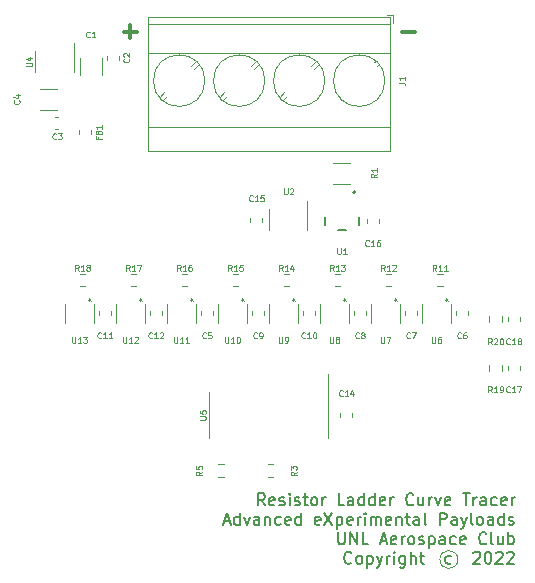
<source format=gbr>
%TF.GenerationSoftware,KiCad,Pcbnew,(5.1.10)-1*%
%TF.CreationDate,2022-09-18T09:09:27-05:00*%
%TF.ProjectId,curve_tracer,63757276-655f-4747-9261-6365722e6b69,A*%
%TF.SameCoordinates,Original*%
%TF.FileFunction,Legend,Top*%
%TF.FilePolarity,Positive*%
%FSLAX46Y46*%
G04 Gerber Fmt 4.6, Leading zero omitted, Abs format (unit mm)*
G04 Created by KiCad (PCBNEW (5.1.10)-1) date 2022-09-18 09:09:27*
%MOMM*%
%LPD*%
G01*
G04 APERTURE LIST*
%ADD10C,0.100000*%
%ADD11C,0.150000*%
%ADD12C,0.300000*%
%ADD13C,0.120000*%
%ADD14C,0.127000*%
%ADD15C,0.200000*%
G04 APERTURE END LIST*
D10*
X165458241Y-131219041D02*
G75*
G03*
X165458241Y-131219041I-764641J0D01*
G01*
D11*
X149114285Y-126628380D02*
X148780952Y-126152190D01*
X148542857Y-126628380D02*
X148542857Y-125628380D01*
X148923809Y-125628380D01*
X149019047Y-125676000D01*
X149066666Y-125723619D01*
X149114285Y-125818857D01*
X149114285Y-125961714D01*
X149066666Y-126056952D01*
X149019047Y-126104571D01*
X148923809Y-126152190D01*
X148542857Y-126152190D01*
X149923809Y-126580761D02*
X149828571Y-126628380D01*
X149638095Y-126628380D01*
X149542857Y-126580761D01*
X149495238Y-126485523D01*
X149495238Y-126104571D01*
X149542857Y-126009333D01*
X149638095Y-125961714D01*
X149828571Y-125961714D01*
X149923809Y-126009333D01*
X149971428Y-126104571D01*
X149971428Y-126199809D01*
X149495238Y-126295047D01*
X150352380Y-126580761D02*
X150447619Y-126628380D01*
X150638095Y-126628380D01*
X150733333Y-126580761D01*
X150780952Y-126485523D01*
X150780952Y-126437904D01*
X150733333Y-126342666D01*
X150638095Y-126295047D01*
X150495238Y-126295047D01*
X150400000Y-126247428D01*
X150352380Y-126152190D01*
X150352380Y-126104571D01*
X150400000Y-126009333D01*
X150495238Y-125961714D01*
X150638095Y-125961714D01*
X150733333Y-126009333D01*
X151209523Y-126628380D02*
X151209523Y-125961714D01*
X151209523Y-125628380D02*
X151161904Y-125676000D01*
X151209523Y-125723619D01*
X151257142Y-125676000D01*
X151209523Y-125628380D01*
X151209523Y-125723619D01*
X151638095Y-126580761D02*
X151733333Y-126628380D01*
X151923809Y-126628380D01*
X152019047Y-126580761D01*
X152066666Y-126485523D01*
X152066666Y-126437904D01*
X152019047Y-126342666D01*
X151923809Y-126295047D01*
X151780952Y-126295047D01*
X151685714Y-126247428D01*
X151638095Y-126152190D01*
X151638095Y-126104571D01*
X151685714Y-126009333D01*
X151780952Y-125961714D01*
X151923809Y-125961714D01*
X152019047Y-126009333D01*
X152352380Y-125961714D02*
X152733333Y-125961714D01*
X152495238Y-125628380D02*
X152495238Y-126485523D01*
X152542857Y-126580761D01*
X152638095Y-126628380D01*
X152733333Y-126628380D01*
X153209523Y-126628380D02*
X153114285Y-126580761D01*
X153066666Y-126533142D01*
X153019047Y-126437904D01*
X153019047Y-126152190D01*
X153066666Y-126056952D01*
X153114285Y-126009333D01*
X153209523Y-125961714D01*
X153352380Y-125961714D01*
X153447619Y-126009333D01*
X153495238Y-126056952D01*
X153542857Y-126152190D01*
X153542857Y-126437904D01*
X153495238Y-126533142D01*
X153447619Y-126580761D01*
X153352380Y-126628380D01*
X153209523Y-126628380D01*
X153971428Y-126628380D02*
X153971428Y-125961714D01*
X153971428Y-126152190D02*
X154019047Y-126056952D01*
X154066666Y-126009333D01*
X154161904Y-125961714D01*
X154257142Y-125961714D01*
X155828571Y-126628380D02*
X155352380Y-126628380D01*
X155352380Y-125628380D01*
X156590476Y-126628380D02*
X156590476Y-126104571D01*
X156542857Y-126009333D01*
X156447619Y-125961714D01*
X156257142Y-125961714D01*
X156161904Y-126009333D01*
X156590476Y-126580761D02*
X156495238Y-126628380D01*
X156257142Y-126628380D01*
X156161904Y-126580761D01*
X156114285Y-126485523D01*
X156114285Y-126390285D01*
X156161904Y-126295047D01*
X156257142Y-126247428D01*
X156495238Y-126247428D01*
X156590476Y-126199809D01*
X157495238Y-126628380D02*
X157495238Y-125628380D01*
X157495238Y-126580761D02*
X157400000Y-126628380D01*
X157209523Y-126628380D01*
X157114285Y-126580761D01*
X157066666Y-126533142D01*
X157019047Y-126437904D01*
X157019047Y-126152190D01*
X157066666Y-126056952D01*
X157114285Y-126009333D01*
X157209523Y-125961714D01*
X157400000Y-125961714D01*
X157495238Y-126009333D01*
X158400000Y-126628380D02*
X158400000Y-125628380D01*
X158400000Y-126580761D02*
X158304761Y-126628380D01*
X158114285Y-126628380D01*
X158019047Y-126580761D01*
X157971428Y-126533142D01*
X157923809Y-126437904D01*
X157923809Y-126152190D01*
X157971428Y-126056952D01*
X158019047Y-126009333D01*
X158114285Y-125961714D01*
X158304761Y-125961714D01*
X158400000Y-126009333D01*
X159257142Y-126580761D02*
X159161904Y-126628380D01*
X158971428Y-126628380D01*
X158876190Y-126580761D01*
X158828571Y-126485523D01*
X158828571Y-126104571D01*
X158876190Y-126009333D01*
X158971428Y-125961714D01*
X159161904Y-125961714D01*
X159257142Y-126009333D01*
X159304761Y-126104571D01*
X159304761Y-126199809D01*
X158828571Y-126295047D01*
X159733333Y-126628380D02*
X159733333Y-125961714D01*
X159733333Y-126152190D02*
X159780952Y-126056952D01*
X159828571Y-126009333D01*
X159923809Y-125961714D01*
X160019047Y-125961714D01*
X161685714Y-126533142D02*
X161638095Y-126580761D01*
X161495238Y-126628380D01*
X161400000Y-126628380D01*
X161257142Y-126580761D01*
X161161904Y-126485523D01*
X161114285Y-126390285D01*
X161066666Y-126199809D01*
X161066666Y-126056952D01*
X161114285Y-125866476D01*
X161161904Y-125771238D01*
X161257142Y-125676000D01*
X161400000Y-125628380D01*
X161495238Y-125628380D01*
X161638095Y-125676000D01*
X161685714Y-125723619D01*
X162542857Y-125961714D02*
X162542857Y-126628380D01*
X162114285Y-125961714D02*
X162114285Y-126485523D01*
X162161904Y-126580761D01*
X162257142Y-126628380D01*
X162400000Y-126628380D01*
X162495238Y-126580761D01*
X162542857Y-126533142D01*
X163019047Y-126628380D02*
X163019047Y-125961714D01*
X163019047Y-126152190D02*
X163066666Y-126056952D01*
X163114285Y-126009333D01*
X163209523Y-125961714D01*
X163304761Y-125961714D01*
X163542857Y-125961714D02*
X163780952Y-126628380D01*
X164019047Y-125961714D01*
X164780952Y-126580761D02*
X164685714Y-126628380D01*
X164495238Y-126628380D01*
X164400000Y-126580761D01*
X164352380Y-126485523D01*
X164352380Y-126104571D01*
X164400000Y-126009333D01*
X164495238Y-125961714D01*
X164685714Y-125961714D01*
X164780952Y-126009333D01*
X164828571Y-126104571D01*
X164828571Y-126199809D01*
X164352380Y-126295047D01*
X165876190Y-125628380D02*
X166447619Y-125628380D01*
X166161904Y-126628380D02*
X166161904Y-125628380D01*
X166780952Y-126628380D02*
X166780952Y-125961714D01*
X166780952Y-126152190D02*
X166828571Y-126056952D01*
X166876190Y-126009333D01*
X166971428Y-125961714D01*
X167066666Y-125961714D01*
X167828571Y-126628380D02*
X167828571Y-126104571D01*
X167780952Y-126009333D01*
X167685714Y-125961714D01*
X167495238Y-125961714D01*
X167400000Y-126009333D01*
X167828571Y-126580761D02*
X167733333Y-126628380D01*
X167495238Y-126628380D01*
X167400000Y-126580761D01*
X167352380Y-126485523D01*
X167352380Y-126390285D01*
X167400000Y-126295047D01*
X167495238Y-126247428D01*
X167733333Y-126247428D01*
X167828571Y-126199809D01*
X168733333Y-126580761D02*
X168638095Y-126628380D01*
X168447619Y-126628380D01*
X168352380Y-126580761D01*
X168304761Y-126533142D01*
X168257142Y-126437904D01*
X168257142Y-126152190D01*
X168304761Y-126056952D01*
X168352380Y-126009333D01*
X168447619Y-125961714D01*
X168638095Y-125961714D01*
X168733333Y-126009333D01*
X169542857Y-126580761D02*
X169447619Y-126628380D01*
X169257142Y-126628380D01*
X169161904Y-126580761D01*
X169114285Y-126485523D01*
X169114285Y-126104571D01*
X169161904Y-126009333D01*
X169257142Y-125961714D01*
X169447619Y-125961714D01*
X169542857Y-126009333D01*
X169590476Y-126104571D01*
X169590476Y-126199809D01*
X169114285Y-126295047D01*
X170019047Y-126628380D02*
X170019047Y-125961714D01*
X170019047Y-126152190D02*
X170066666Y-126056952D01*
X170114285Y-126009333D01*
X170209523Y-125961714D01*
X170304761Y-125961714D01*
X145638095Y-127992666D02*
X146114285Y-127992666D01*
X145542857Y-128278380D02*
X145876190Y-127278380D01*
X146209523Y-128278380D01*
X146971428Y-128278380D02*
X146971428Y-127278380D01*
X146971428Y-128230761D02*
X146876190Y-128278380D01*
X146685714Y-128278380D01*
X146590476Y-128230761D01*
X146542857Y-128183142D01*
X146495238Y-128087904D01*
X146495238Y-127802190D01*
X146542857Y-127706952D01*
X146590476Y-127659333D01*
X146685714Y-127611714D01*
X146876190Y-127611714D01*
X146971428Y-127659333D01*
X147352380Y-127611714D02*
X147590476Y-128278380D01*
X147828571Y-127611714D01*
X148638095Y-128278380D02*
X148638095Y-127754571D01*
X148590476Y-127659333D01*
X148495238Y-127611714D01*
X148304761Y-127611714D01*
X148209523Y-127659333D01*
X148638095Y-128230761D02*
X148542857Y-128278380D01*
X148304761Y-128278380D01*
X148209523Y-128230761D01*
X148161904Y-128135523D01*
X148161904Y-128040285D01*
X148209523Y-127945047D01*
X148304761Y-127897428D01*
X148542857Y-127897428D01*
X148638095Y-127849809D01*
X149114285Y-127611714D02*
X149114285Y-128278380D01*
X149114285Y-127706952D02*
X149161904Y-127659333D01*
X149257142Y-127611714D01*
X149400000Y-127611714D01*
X149495238Y-127659333D01*
X149542857Y-127754571D01*
X149542857Y-128278380D01*
X150447619Y-128230761D02*
X150352380Y-128278380D01*
X150161904Y-128278380D01*
X150066666Y-128230761D01*
X150019047Y-128183142D01*
X149971428Y-128087904D01*
X149971428Y-127802190D01*
X150019047Y-127706952D01*
X150066666Y-127659333D01*
X150161904Y-127611714D01*
X150352380Y-127611714D01*
X150447619Y-127659333D01*
X151257142Y-128230761D02*
X151161904Y-128278380D01*
X150971428Y-128278380D01*
X150876190Y-128230761D01*
X150828571Y-128135523D01*
X150828571Y-127754571D01*
X150876190Y-127659333D01*
X150971428Y-127611714D01*
X151161904Y-127611714D01*
X151257142Y-127659333D01*
X151304761Y-127754571D01*
X151304761Y-127849809D01*
X150828571Y-127945047D01*
X152161904Y-128278380D02*
X152161904Y-127278380D01*
X152161904Y-128230761D02*
X152066666Y-128278380D01*
X151876190Y-128278380D01*
X151780952Y-128230761D01*
X151733333Y-128183142D01*
X151685714Y-128087904D01*
X151685714Y-127802190D01*
X151733333Y-127706952D01*
X151780952Y-127659333D01*
X151876190Y-127611714D01*
X152066666Y-127611714D01*
X152161904Y-127659333D01*
X153780952Y-128230761D02*
X153685714Y-128278380D01*
X153495238Y-128278380D01*
X153400000Y-128230761D01*
X153352380Y-128135523D01*
X153352380Y-127754571D01*
X153400000Y-127659333D01*
X153495238Y-127611714D01*
X153685714Y-127611714D01*
X153780952Y-127659333D01*
X153828571Y-127754571D01*
X153828571Y-127849809D01*
X153352380Y-127945047D01*
X154161904Y-127278380D02*
X154828571Y-128278380D01*
X154828571Y-127278380D02*
X154161904Y-128278380D01*
X155209523Y-127611714D02*
X155209523Y-128611714D01*
X155209523Y-127659333D02*
X155304761Y-127611714D01*
X155495238Y-127611714D01*
X155590476Y-127659333D01*
X155638095Y-127706952D01*
X155685714Y-127802190D01*
X155685714Y-128087904D01*
X155638095Y-128183142D01*
X155590476Y-128230761D01*
X155495238Y-128278380D01*
X155304761Y-128278380D01*
X155209523Y-128230761D01*
X156495238Y-128230761D02*
X156400000Y-128278380D01*
X156209523Y-128278380D01*
X156114285Y-128230761D01*
X156066666Y-128135523D01*
X156066666Y-127754571D01*
X156114285Y-127659333D01*
X156209523Y-127611714D01*
X156400000Y-127611714D01*
X156495238Y-127659333D01*
X156542857Y-127754571D01*
X156542857Y-127849809D01*
X156066666Y-127945047D01*
X156971428Y-128278380D02*
X156971428Y-127611714D01*
X156971428Y-127802190D02*
X157019047Y-127706952D01*
X157066666Y-127659333D01*
X157161904Y-127611714D01*
X157257142Y-127611714D01*
X157590476Y-128278380D02*
X157590476Y-127611714D01*
X157590476Y-127278380D02*
X157542857Y-127326000D01*
X157590476Y-127373619D01*
X157638095Y-127326000D01*
X157590476Y-127278380D01*
X157590476Y-127373619D01*
X158066666Y-128278380D02*
X158066666Y-127611714D01*
X158066666Y-127706952D02*
X158114285Y-127659333D01*
X158209523Y-127611714D01*
X158352380Y-127611714D01*
X158447619Y-127659333D01*
X158495238Y-127754571D01*
X158495238Y-128278380D01*
X158495238Y-127754571D02*
X158542857Y-127659333D01*
X158638095Y-127611714D01*
X158780952Y-127611714D01*
X158876190Y-127659333D01*
X158923809Y-127754571D01*
X158923809Y-128278380D01*
X159780952Y-128230761D02*
X159685714Y-128278380D01*
X159495238Y-128278380D01*
X159400000Y-128230761D01*
X159352380Y-128135523D01*
X159352380Y-127754571D01*
X159400000Y-127659333D01*
X159495238Y-127611714D01*
X159685714Y-127611714D01*
X159780952Y-127659333D01*
X159828571Y-127754571D01*
X159828571Y-127849809D01*
X159352380Y-127945047D01*
X160257142Y-127611714D02*
X160257142Y-128278380D01*
X160257142Y-127706952D02*
X160304761Y-127659333D01*
X160400000Y-127611714D01*
X160542857Y-127611714D01*
X160638095Y-127659333D01*
X160685714Y-127754571D01*
X160685714Y-128278380D01*
X161019047Y-127611714D02*
X161400000Y-127611714D01*
X161161904Y-127278380D02*
X161161904Y-128135523D01*
X161209523Y-128230761D01*
X161304761Y-128278380D01*
X161400000Y-128278380D01*
X162161904Y-128278380D02*
X162161904Y-127754571D01*
X162114285Y-127659333D01*
X162019047Y-127611714D01*
X161828571Y-127611714D01*
X161733333Y-127659333D01*
X162161904Y-128230761D02*
X162066666Y-128278380D01*
X161828571Y-128278380D01*
X161733333Y-128230761D01*
X161685714Y-128135523D01*
X161685714Y-128040285D01*
X161733333Y-127945047D01*
X161828571Y-127897428D01*
X162066666Y-127897428D01*
X162161904Y-127849809D01*
X162780952Y-128278380D02*
X162685714Y-128230761D01*
X162638095Y-128135523D01*
X162638095Y-127278380D01*
X163923809Y-128278380D02*
X163923809Y-127278380D01*
X164304761Y-127278380D01*
X164400000Y-127326000D01*
X164447619Y-127373619D01*
X164495238Y-127468857D01*
X164495238Y-127611714D01*
X164447619Y-127706952D01*
X164400000Y-127754571D01*
X164304761Y-127802190D01*
X163923809Y-127802190D01*
X165352380Y-128278380D02*
X165352380Y-127754571D01*
X165304761Y-127659333D01*
X165209523Y-127611714D01*
X165019047Y-127611714D01*
X164923809Y-127659333D01*
X165352380Y-128230761D02*
X165257142Y-128278380D01*
X165019047Y-128278380D01*
X164923809Y-128230761D01*
X164876190Y-128135523D01*
X164876190Y-128040285D01*
X164923809Y-127945047D01*
X165019047Y-127897428D01*
X165257142Y-127897428D01*
X165352380Y-127849809D01*
X165733333Y-127611714D02*
X165971428Y-128278380D01*
X166209523Y-127611714D02*
X165971428Y-128278380D01*
X165876190Y-128516476D01*
X165828571Y-128564095D01*
X165733333Y-128611714D01*
X166733333Y-128278380D02*
X166638095Y-128230761D01*
X166590476Y-128135523D01*
X166590476Y-127278380D01*
X167257142Y-128278380D02*
X167161904Y-128230761D01*
X167114285Y-128183142D01*
X167066666Y-128087904D01*
X167066666Y-127802190D01*
X167114285Y-127706952D01*
X167161904Y-127659333D01*
X167257142Y-127611714D01*
X167400000Y-127611714D01*
X167495238Y-127659333D01*
X167542857Y-127706952D01*
X167590476Y-127802190D01*
X167590476Y-128087904D01*
X167542857Y-128183142D01*
X167495238Y-128230761D01*
X167400000Y-128278380D01*
X167257142Y-128278380D01*
X168447619Y-128278380D02*
X168447619Y-127754571D01*
X168400000Y-127659333D01*
X168304761Y-127611714D01*
X168114285Y-127611714D01*
X168019047Y-127659333D01*
X168447619Y-128230761D02*
X168352380Y-128278380D01*
X168114285Y-128278380D01*
X168019047Y-128230761D01*
X167971428Y-128135523D01*
X167971428Y-128040285D01*
X168019047Y-127945047D01*
X168114285Y-127897428D01*
X168352380Y-127897428D01*
X168447619Y-127849809D01*
X169352380Y-128278380D02*
X169352380Y-127278380D01*
X169352380Y-128230761D02*
X169257142Y-128278380D01*
X169066666Y-128278380D01*
X168971428Y-128230761D01*
X168923809Y-128183142D01*
X168876190Y-128087904D01*
X168876190Y-127802190D01*
X168923809Y-127706952D01*
X168971428Y-127659333D01*
X169066666Y-127611714D01*
X169257142Y-127611714D01*
X169352380Y-127659333D01*
X169780952Y-128230761D02*
X169876190Y-128278380D01*
X170066666Y-128278380D01*
X170161904Y-128230761D01*
X170209523Y-128135523D01*
X170209523Y-128087904D01*
X170161904Y-127992666D01*
X170066666Y-127945047D01*
X169923809Y-127945047D01*
X169828571Y-127897428D01*
X169780952Y-127802190D01*
X169780952Y-127754571D01*
X169828571Y-127659333D01*
X169923809Y-127611714D01*
X170066666Y-127611714D01*
X170161904Y-127659333D01*
X155304761Y-128928380D02*
X155304761Y-129737904D01*
X155352380Y-129833142D01*
X155400000Y-129880761D01*
X155495238Y-129928380D01*
X155685714Y-129928380D01*
X155780952Y-129880761D01*
X155828571Y-129833142D01*
X155876190Y-129737904D01*
X155876190Y-128928380D01*
X156352380Y-129928380D02*
X156352380Y-128928380D01*
X156923809Y-129928380D01*
X156923809Y-128928380D01*
X157876190Y-129928380D02*
X157400000Y-129928380D01*
X157400000Y-128928380D01*
X158923809Y-129642666D02*
X159400000Y-129642666D01*
X158828571Y-129928380D02*
X159161904Y-128928380D01*
X159495238Y-129928380D01*
X160209523Y-129880761D02*
X160114285Y-129928380D01*
X159923809Y-129928380D01*
X159828571Y-129880761D01*
X159780952Y-129785523D01*
X159780952Y-129404571D01*
X159828571Y-129309333D01*
X159923809Y-129261714D01*
X160114285Y-129261714D01*
X160209523Y-129309333D01*
X160257142Y-129404571D01*
X160257142Y-129499809D01*
X159780952Y-129595047D01*
X160685714Y-129928380D02*
X160685714Y-129261714D01*
X160685714Y-129452190D02*
X160733333Y-129356952D01*
X160780952Y-129309333D01*
X160876190Y-129261714D01*
X160971428Y-129261714D01*
X161447619Y-129928380D02*
X161352380Y-129880761D01*
X161304761Y-129833142D01*
X161257142Y-129737904D01*
X161257142Y-129452190D01*
X161304761Y-129356952D01*
X161352380Y-129309333D01*
X161447619Y-129261714D01*
X161590476Y-129261714D01*
X161685714Y-129309333D01*
X161733333Y-129356952D01*
X161780952Y-129452190D01*
X161780952Y-129737904D01*
X161733333Y-129833142D01*
X161685714Y-129880761D01*
X161590476Y-129928380D01*
X161447619Y-129928380D01*
X162161904Y-129880761D02*
X162257142Y-129928380D01*
X162447619Y-129928380D01*
X162542857Y-129880761D01*
X162590476Y-129785523D01*
X162590476Y-129737904D01*
X162542857Y-129642666D01*
X162447619Y-129595047D01*
X162304761Y-129595047D01*
X162209523Y-129547428D01*
X162161904Y-129452190D01*
X162161904Y-129404571D01*
X162209523Y-129309333D01*
X162304761Y-129261714D01*
X162447619Y-129261714D01*
X162542857Y-129309333D01*
X163019047Y-129261714D02*
X163019047Y-130261714D01*
X163019047Y-129309333D02*
X163114285Y-129261714D01*
X163304761Y-129261714D01*
X163400000Y-129309333D01*
X163447619Y-129356952D01*
X163495238Y-129452190D01*
X163495238Y-129737904D01*
X163447619Y-129833142D01*
X163400000Y-129880761D01*
X163304761Y-129928380D01*
X163114285Y-129928380D01*
X163019047Y-129880761D01*
X164352380Y-129928380D02*
X164352380Y-129404571D01*
X164304761Y-129309333D01*
X164209523Y-129261714D01*
X164019047Y-129261714D01*
X163923809Y-129309333D01*
X164352380Y-129880761D02*
X164257142Y-129928380D01*
X164019047Y-129928380D01*
X163923809Y-129880761D01*
X163876190Y-129785523D01*
X163876190Y-129690285D01*
X163923809Y-129595047D01*
X164019047Y-129547428D01*
X164257142Y-129547428D01*
X164352380Y-129499809D01*
X165257142Y-129880761D02*
X165161904Y-129928380D01*
X164971428Y-129928380D01*
X164876190Y-129880761D01*
X164828571Y-129833142D01*
X164780952Y-129737904D01*
X164780952Y-129452190D01*
X164828571Y-129356952D01*
X164876190Y-129309333D01*
X164971428Y-129261714D01*
X165161904Y-129261714D01*
X165257142Y-129309333D01*
X166066666Y-129880761D02*
X165971428Y-129928380D01*
X165780952Y-129928380D01*
X165685714Y-129880761D01*
X165638095Y-129785523D01*
X165638095Y-129404571D01*
X165685714Y-129309333D01*
X165780952Y-129261714D01*
X165971428Y-129261714D01*
X166066666Y-129309333D01*
X166114285Y-129404571D01*
X166114285Y-129499809D01*
X165638095Y-129595047D01*
X167876190Y-129833142D02*
X167828571Y-129880761D01*
X167685714Y-129928380D01*
X167590476Y-129928380D01*
X167447619Y-129880761D01*
X167352380Y-129785523D01*
X167304761Y-129690285D01*
X167257142Y-129499809D01*
X167257142Y-129356952D01*
X167304761Y-129166476D01*
X167352380Y-129071238D01*
X167447619Y-128976000D01*
X167590476Y-128928380D01*
X167685714Y-128928380D01*
X167828571Y-128976000D01*
X167876190Y-129023619D01*
X168447619Y-129928380D02*
X168352380Y-129880761D01*
X168304761Y-129785523D01*
X168304761Y-128928380D01*
X169257142Y-129261714D02*
X169257142Y-129928380D01*
X168828571Y-129261714D02*
X168828571Y-129785523D01*
X168876190Y-129880761D01*
X168971428Y-129928380D01*
X169114285Y-129928380D01*
X169209523Y-129880761D01*
X169257142Y-129833142D01*
X169733333Y-129928380D02*
X169733333Y-128928380D01*
X169733333Y-129309333D02*
X169828571Y-129261714D01*
X170019047Y-129261714D01*
X170114285Y-129309333D01*
X170161904Y-129356952D01*
X170209523Y-129452190D01*
X170209523Y-129737904D01*
X170161904Y-129833142D01*
X170114285Y-129880761D01*
X170019047Y-129928380D01*
X169828571Y-129928380D01*
X169733333Y-129880761D01*
X156447619Y-131483142D02*
X156400000Y-131530761D01*
X156257142Y-131578380D01*
X156161904Y-131578380D01*
X156019047Y-131530761D01*
X155923809Y-131435523D01*
X155876190Y-131340285D01*
X155828571Y-131149809D01*
X155828571Y-131006952D01*
X155876190Y-130816476D01*
X155923809Y-130721238D01*
X156019047Y-130626000D01*
X156161904Y-130578380D01*
X156257142Y-130578380D01*
X156400000Y-130626000D01*
X156447619Y-130673619D01*
X157019047Y-131578380D02*
X156923809Y-131530761D01*
X156876190Y-131483142D01*
X156828571Y-131387904D01*
X156828571Y-131102190D01*
X156876190Y-131006952D01*
X156923809Y-130959333D01*
X157019047Y-130911714D01*
X157161904Y-130911714D01*
X157257142Y-130959333D01*
X157304761Y-131006952D01*
X157352380Y-131102190D01*
X157352380Y-131387904D01*
X157304761Y-131483142D01*
X157257142Y-131530761D01*
X157161904Y-131578380D01*
X157019047Y-131578380D01*
X157780952Y-130911714D02*
X157780952Y-131911714D01*
X157780952Y-130959333D02*
X157876190Y-130911714D01*
X158066666Y-130911714D01*
X158161904Y-130959333D01*
X158209523Y-131006952D01*
X158257142Y-131102190D01*
X158257142Y-131387904D01*
X158209523Y-131483142D01*
X158161904Y-131530761D01*
X158066666Y-131578380D01*
X157876190Y-131578380D01*
X157780952Y-131530761D01*
X158590476Y-130911714D02*
X158828571Y-131578380D01*
X159066666Y-130911714D02*
X158828571Y-131578380D01*
X158733333Y-131816476D01*
X158685714Y-131864095D01*
X158590476Y-131911714D01*
X159447619Y-131578380D02*
X159447619Y-130911714D01*
X159447619Y-131102190D02*
X159495238Y-131006952D01*
X159542857Y-130959333D01*
X159638095Y-130911714D01*
X159733333Y-130911714D01*
X160066666Y-131578380D02*
X160066666Y-130911714D01*
X160066666Y-130578380D02*
X160019047Y-130626000D01*
X160066666Y-130673619D01*
X160114285Y-130626000D01*
X160066666Y-130578380D01*
X160066666Y-130673619D01*
X160971428Y-130911714D02*
X160971428Y-131721238D01*
X160923809Y-131816476D01*
X160876190Y-131864095D01*
X160780952Y-131911714D01*
X160638095Y-131911714D01*
X160542857Y-131864095D01*
X160971428Y-131530761D02*
X160876190Y-131578380D01*
X160685714Y-131578380D01*
X160590476Y-131530761D01*
X160542857Y-131483142D01*
X160495238Y-131387904D01*
X160495238Y-131102190D01*
X160542857Y-131006952D01*
X160590476Y-130959333D01*
X160685714Y-130911714D01*
X160876190Y-130911714D01*
X160971428Y-130959333D01*
X161447619Y-131578380D02*
X161447619Y-130578380D01*
X161876190Y-131578380D02*
X161876190Y-131054571D01*
X161828571Y-130959333D01*
X161733333Y-130911714D01*
X161590476Y-130911714D01*
X161495238Y-130959333D01*
X161447619Y-131006952D01*
X162209523Y-130911714D02*
X162590476Y-130911714D01*
X162352380Y-130578380D02*
X162352380Y-131435523D01*
X162400000Y-131530761D01*
X162495238Y-131578380D01*
X162590476Y-131578380D01*
X164876190Y-131530761D02*
X164780952Y-131578380D01*
X164590476Y-131578380D01*
X164495238Y-131530761D01*
X164447619Y-131483142D01*
X164400000Y-131387904D01*
X164400000Y-131102190D01*
X164447619Y-131006952D01*
X164495238Y-130959333D01*
X164590476Y-130911714D01*
X164780952Y-130911714D01*
X164876190Y-130959333D01*
X166780952Y-130673619D02*
X166828571Y-130626000D01*
X166923809Y-130578380D01*
X167161904Y-130578380D01*
X167257142Y-130626000D01*
X167304761Y-130673619D01*
X167352380Y-130768857D01*
X167352380Y-130864095D01*
X167304761Y-131006952D01*
X166733333Y-131578380D01*
X167352380Y-131578380D01*
X167971428Y-130578380D02*
X168066666Y-130578380D01*
X168161904Y-130626000D01*
X168209523Y-130673619D01*
X168257142Y-130768857D01*
X168304761Y-130959333D01*
X168304761Y-131197428D01*
X168257142Y-131387904D01*
X168209523Y-131483142D01*
X168161904Y-131530761D01*
X168066666Y-131578380D01*
X167971428Y-131578380D01*
X167876190Y-131530761D01*
X167828571Y-131483142D01*
X167780952Y-131387904D01*
X167733333Y-131197428D01*
X167733333Y-130959333D01*
X167780952Y-130768857D01*
X167828571Y-130673619D01*
X167876190Y-130626000D01*
X167971428Y-130578380D01*
X168685714Y-130673619D02*
X168733333Y-130626000D01*
X168828571Y-130578380D01*
X169066666Y-130578380D01*
X169161904Y-130626000D01*
X169209523Y-130673619D01*
X169257142Y-130768857D01*
X169257142Y-130864095D01*
X169209523Y-131006952D01*
X168638095Y-131578380D01*
X169257142Y-131578380D01*
X169638095Y-130673619D02*
X169685714Y-130626000D01*
X169780952Y-130578380D01*
X170019047Y-130578380D01*
X170114285Y-130626000D01*
X170161904Y-130673619D01*
X170209523Y-130768857D01*
X170209523Y-130864095D01*
X170161904Y-131006952D01*
X169590476Y-131578380D01*
X170209523Y-131578380D01*
D12*
X160718571Y-86530642D02*
X161861428Y-86530642D01*
X137160071Y-86530642D02*
X138302928Y-86530642D01*
X137731500Y-87102071D02*
X137731500Y-85959214D01*
D13*
%TO.C,U4*%
X129695300Y-88177800D02*
X129695300Y-89977800D01*
X132915300Y-89977800D02*
X132915300Y-87527800D01*
%TO.C,FB1*%
X133348000Y-95222279D02*
X133348000Y-94896721D01*
X134368000Y-95222279D02*
X134368000Y-94896721D01*
%TO.C,C4*%
X131508552Y-93162800D02*
X130086048Y-93162800D01*
X131508552Y-91342800D02*
X130086048Y-91342800D01*
%TO.C,C3*%
X131636380Y-94794800D02*
X131355220Y-94794800D01*
X131636380Y-93774800D02*
X131355220Y-93774800D01*
%TO.C,C2*%
X136793700Y-88619720D02*
X136793700Y-88900880D01*
X135773700Y-88619720D02*
X135773700Y-88900880D01*
%TO.C,C1*%
X135288700Y-88747548D02*
X135288700Y-90170052D01*
X133468700Y-88747548D02*
X133468700Y-90170052D01*
%TO.C,R20*%
X168133500Y-110633742D02*
X168133500Y-111108258D01*
X169178500Y-110633742D02*
X169178500Y-111108258D01*
%TO.C,R19*%
X169178500Y-115235758D02*
X169178500Y-114761242D01*
X168133500Y-115235758D02*
X168133500Y-114761242D01*
%TO.C,C18*%
X170690000Y-111011580D02*
X170690000Y-110730420D01*
X169670000Y-111011580D02*
X169670000Y-110730420D01*
%TO.C,C17*%
X169670000Y-114857920D02*
X169670000Y-115139080D01*
X170690000Y-114857920D02*
X170690000Y-115139080D01*
%TO.C,U13*%
X134645400Y-111163100D02*
X134645400Y-109562900D01*
X132181600Y-109562900D02*
X132181600Y-111163100D01*
%TO.C,U12*%
X138963400Y-111163100D02*
X138963400Y-109562900D01*
X136499600Y-109562900D02*
X136499600Y-111163100D01*
%TO.C,U11*%
X143281400Y-111163100D02*
X143281400Y-109562900D01*
X140817600Y-109562900D02*
X140817600Y-111163100D01*
%TO.C,U10*%
X147599400Y-111163100D02*
X147599400Y-109562900D01*
X145135600Y-109562900D02*
X145135600Y-111163100D01*
%TO.C,U9*%
X151917400Y-111163100D02*
X151917400Y-109562900D01*
X149453600Y-109562900D02*
X149453600Y-111163100D01*
%TO.C,U8*%
X156235400Y-111163100D02*
X156235400Y-109562900D01*
X153771600Y-109562900D02*
X153771600Y-111163100D01*
%TO.C,U7*%
X160553400Y-111163100D02*
X160553400Y-109562900D01*
X158089600Y-109562900D02*
X158089600Y-111163100D01*
%TO.C,U6*%
X164871400Y-111163100D02*
X164871400Y-109562900D01*
X162407600Y-109562900D02*
X162407600Y-111163100D01*
%TO.C,J1*%
X159279000Y-90678000D02*
G75*
G03*
X159279000Y-90678000I-2180000J0D01*
G01*
X154199000Y-90678000D02*
G75*
G03*
X154199000Y-90678000I-2180000J0D01*
G01*
X149119000Y-90678000D02*
G75*
G03*
X149119000Y-90678000I-2180000J0D01*
G01*
X144039000Y-90678000D02*
G75*
G03*
X144039000Y-90678000I-2180000J0D01*
G01*
X159699000Y-85878000D02*
X139259000Y-85878000D01*
X159699000Y-88378000D02*
X139259000Y-88378000D01*
X159699000Y-94578000D02*
X139259000Y-94578000D01*
X159699000Y-96638000D02*
X139259000Y-96638000D01*
X159699000Y-85318000D02*
X139259000Y-85318000D01*
X159699000Y-96638000D02*
X159699000Y-85318000D01*
X139259000Y-96638000D02*
X139259000Y-85318000D01*
X155445000Y-92066000D02*
X155552000Y-91959000D01*
X158381000Y-89131000D02*
X158487000Y-89024000D01*
X155711000Y-92332000D02*
X155818000Y-92225000D01*
X158647000Y-89397000D02*
X158753000Y-89290000D01*
X150365000Y-92066000D02*
X150760000Y-91670000D01*
X153026000Y-89404000D02*
X153406000Y-89024000D01*
X150631000Y-92332000D02*
X151011000Y-91952000D01*
X153277000Y-89686000D02*
X153672000Y-89290000D01*
X145285000Y-92066000D02*
X145680000Y-91670000D01*
X147946000Y-89404000D02*
X148326000Y-89024000D01*
X145551000Y-92332000D02*
X145931000Y-91952000D01*
X148197000Y-89686000D02*
X148592000Y-89290000D01*
X140205000Y-92066000D02*
X140600000Y-91670000D01*
X142866000Y-89404000D02*
X143246000Y-89024000D01*
X140471000Y-92332000D02*
X140851000Y-91952000D01*
X143117000Y-89686000D02*
X143512000Y-89290000D01*
X159939000Y-85818000D02*
X159939000Y-85078000D01*
X159939000Y-85078000D02*
X159439000Y-85078000D01*
%TO.C,U5*%
X154475500Y-118999000D02*
X154475500Y-115549000D01*
X154475500Y-118999000D02*
X154475500Y-120949000D01*
X144355500Y-118999000D02*
X144355500Y-117049000D01*
X144355500Y-118999000D02*
X144355500Y-120949000D01*
%TO.C,U2*%
X152678000Y-103341000D02*
X152678000Y-100891000D01*
X149458000Y-101541000D02*
X149458000Y-103341000D01*
D14*
%TO.C,U1*%
X154188500Y-102882500D02*
X154188500Y-102222500D01*
X155973500Y-103352500D02*
X155303500Y-103352500D01*
X157088500Y-102222500D02*
X157088500Y-102882500D01*
D15*
X156788500Y-100142500D02*
G75*
G03*
X156788500Y-100142500I-100000J0D01*
G01*
D13*
%TO.C,R18*%
X133430242Y-108091500D02*
X133904758Y-108091500D01*
X133430242Y-107046500D02*
X133904758Y-107046500D01*
%TO.C,R17*%
X137748242Y-108091500D02*
X138222758Y-108091500D01*
X137748242Y-107046500D02*
X138222758Y-107046500D01*
%TO.C,R16*%
X142066242Y-108091500D02*
X142540758Y-108091500D01*
X142066242Y-107046500D02*
X142540758Y-107046500D01*
%TO.C,R15*%
X146384242Y-108091500D02*
X146858758Y-108091500D01*
X146384242Y-107046500D02*
X146858758Y-107046500D01*
%TO.C,R14*%
X150702242Y-108091500D02*
X151176758Y-108091500D01*
X150702242Y-107046500D02*
X151176758Y-107046500D01*
%TO.C,R13*%
X155020242Y-108091500D02*
X155494758Y-108091500D01*
X155020242Y-107046500D02*
X155494758Y-107046500D01*
%TO.C,R12*%
X159338242Y-108091500D02*
X159812758Y-108091500D01*
X159338242Y-107046500D02*
X159812758Y-107046500D01*
%TO.C,R11*%
X163719242Y-108091500D02*
X164193758Y-108091500D01*
X163719242Y-107046500D02*
X164193758Y-107046500D01*
%TO.C,R5*%
X145652258Y-123175500D02*
X145177742Y-123175500D01*
X145652258Y-124220500D02*
X145177742Y-124220500D01*
%TO.C,R3*%
X149368742Y-124220500D02*
X149843258Y-124220500D01*
X149368742Y-123175500D02*
X149843258Y-123175500D01*
%TO.C,R1*%
X154896936Y-99433000D02*
X156351064Y-99433000D01*
X154896936Y-97613000D02*
X156351064Y-97613000D01*
%TO.C,C16*%
X158752000Y-102693080D02*
X158752000Y-102411920D01*
X157732000Y-102693080D02*
X157732000Y-102411920D01*
%TO.C,C15*%
X147889500Y-102348420D02*
X147889500Y-102629580D01*
X148909500Y-102348420D02*
X148909500Y-102629580D01*
%TO.C,C14*%
X156529500Y-119139580D02*
X156529500Y-118858420D01*
X155509500Y-119139580D02*
X155509500Y-118858420D01*
%TO.C,C12*%
X140400500Y-110503580D02*
X140400500Y-110222420D01*
X139380500Y-110503580D02*
X139380500Y-110222420D01*
%TO.C,C11*%
X136082500Y-110503580D02*
X136082500Y-110222420D01*
X135062500Y-110503580D02*
X135062500Y-110222420D01*
%TO.C,C10*%
X153354500Y-110503580D02*
X153354500Y-110222420D01*
X152334500Y-110503580D02*
X152334500Y-110222420D01*
%TO.C,C9*%
X149036500Y-110503580D02*
X149036500Y-110222420D01*
X148016500Y-110503580D02*
X148016500Y-110222420D01*
%TO.C,C8*%
X157672500Y-110503580D02*
X157672500Y-110222420D01*
X156652500Y-110503580D02*
X156652500Y-110222420D01*
%TO.C,C7*%
X161990500Y-110503580D02*
X161990500Y-110222420D01*
X160970500Y-110503580D02*
X160970500Y-110222420D01*
%TO.C,C6*%
X166308500Y-110503580D02*
X166308500Y-110222420D01*
X165288500Y-110503580D02*
X165288500Y-110222420D01*
%TO.C,C5*%
X144718500Y-110503580D02*
X144718500Y-110222420D01*
X143698500Y-110503580D02*
X143698500Y-110222420D01*
%TO.C,U4*%
D10*
X128885190Y-89458752D02*
X129289952Y-89458752D01*
X129337571Y-89434942D01*
X129361380Y-89411133D01*
X129385190Y-89363514D01*
X129385190Y-89268276D01*
X129361380Y-89220657D01*
X129337571Y-89196847D01*
X129289952Y-89173038D01*
X128885190Y-89173038D01*
X129051857Y-88720657D02*
X129385190Y-88720657D01*
X128861380Y-88839704D02*
X129218523Y-88958752D01*
X129218523Y-88649228D01*
%TO.C,FB1*%
X135028785Y-95476166D02*
X135028785Y-95642833D01*
X135290690Y-95642833D02*
X134790690Y-95642833D01*
X134790690Y-95404738D01*
X135028785Y-95047595D02*
X135052595Y-94976166D01*
X135076404Y-94952357D01*
X135124023Y-94928547D01*
X135195452Y-94928547D01*
X135243071Y-94952357D01*
X135266880Y-94976166D01*
X135290690Y-95023785D01*
X135290690Y-95214261D01*
X134790690Y-95214261D01*
X134790690Y-95047595D01*
X134814500Y-94999976D01*
X134838309Y-94976166D01*
X134885928Y-94952357D01*
X134933547Y-94952357D01*
X134981166Y-94976166D01*
X135004976Y-94999976D01*
X135028785Y-95047595D01*
X135028785Y-95214261D01*
X135290690Y-94452357D02*
X135290690Y-94738071D01*
X135290690Y-94595214D02*
X134790690Y-94595214D01*
X134862119Y-94642833D01*
X134909738Y-94690452D01*
X134933547Y-94738071D01*
%TO.C,C4*%
X128296171Y-92336133D02*
X128319980Y-92359942D01*
X128343790Y-92431371D01*
X128343790Y-92478990D01*
X128319980Y-92550419D01*
X128272361Y-92598038D01*
X128224742Y-92621847D01*
X128129504Y-92645657D01*
X128058076Y-92645657D01*
X127962838Y-92621847D01*
X127915219Y-92598038D01*
X127867600Y-92550419D01*
X127843790Y-92478990D01*
X127843790Y-92431371D01*
X127867600Y-92359942D01*
X127891409Y-92336133D01*
X128010457Y-91907561D02*
X128343790Y-91907561D01*
X127819980Y-92026609D02*
X128177123Y-92145657D01*
X128177123Y-91836133D01*
%TO.C,C3*%
X131437866Y-95580971D02*
X131414057Y-95604780D01*
X131342628Y-95628590D01*
X131295009Y-95628590D01*
X131223580Y-95604780D01*
X131175961Y-95557161D01*
X131152152Y-95509542D01*
X131128342Y-95414304D01*
X131128342Y-95342876D01*
X131152152Y-95247638D01*
X131175961Y-95200019D01*
X131223580Y-95152400D01*
X131295009Y-95128590D01*
X131342628Y-95128590D01*
X131414057Y-95152400D01*
X131437866Y-95176209D01*
X131604533Y-95128590D02*
X131914057Y-95128590D01*
X131747390Y-95319066D01*
X131818819Y-95319066D01*
X131866438Y-95342876D01*
X131890247Y-95366685D01*
X131914057Y-95414304D01*
X131914057Y-95533352D01*
X131890247Y-95580971D01*
X131866438Y-95604780D01*
X131818819Y-95628590D01*
X131675961Y-95628590D01*
X131628342Y-95604780D01*
X131604533Y-95580971D01*
%TO.C,C2*%
X137592571Y-88830933D02*
X137616380Y-88854742D01*
X137640190Y-88926171D01*
X137640190Y-88973790D01*
X137616380Y-89045219D01*
X137568761Y-89092838D01*
X137521142Y-89116647D01*
X137425904Y-89140457D01*
X137354476Y-89140457D01*
X137259238Y-89116647D01*
X137211619Y-89092838D01*
X137164000Y-89045219D01*
X137140190Y-88973790D01*
X137140190Y-88926171D01*
X137164000Y-88854742D01*
X137187809Y-88830933D01*
X137187809Y-88640457D02*
X137164000Y-88616647D01*
X137140190Y-88569028D01*
X137140190Y-88449980D01*
X137164000Y-88402361D01*
X137187809Y-88378552D01*
X137235428Y-88354742D01*
X137283047Y-88354742D01*
X137354476Y-88378552D01*
X137640190Y-88664266D01*
X137640190Y-88354742D01*
%TO.C,C1*%
X134295366Y-86970371D02*
X134271557Y-86994180D01*
X134200128Y-87017990D01*
X134152509Y-87017990D01*
X134081080Y-86994180D01*
X134033461Y-86946561D01*
X134009652Y-86898942D01*
X133985842Y-86803704D01*
X133985842Y-86732276D01*
X134009652Y-86637038D01*
X134033461Y-86589419D01*
X134081080Y-86541800D01*
X134152509Y-86517990D01*
X134200128Y-86517990D01*
X134271557Y-86541800D01*
X134295366Y-86565609D01*
X134771557Y-87017990D02*
X134485842Y-87017990D01*
X134628700Y-87017990D02*
X134628700Y-86517990D01*
X134581080Y-86589419D01*
X134533461Y-86637038D01*
X134485842Y-86660847D01*
%TO.C,R20*%
X168334571Y-113002190D02*
X168167904Y-112764095D01*
X168048857Y-113002190D02*
X168048857Y-112502190D01*
X168239333Y-112502190D01*
X168286952Y-112526000D01*
X168310761Y-112549809D01*
X168334571Y-112597428D01*
X168334571Y-112668857D01*
X168310761Y-112716476D01*
X168286952Y-112740285D01*
X168239333Y-112764095D01*
X168048857Y-112764095D01*
X168525047Y-112549809D02*
X168548857Y-112526000D01*
X168596476Y-112502190D01*
X168715523Y-112502190D01*
X168763142Y-112526000D01*
X168786952Y-112549809D01*
X168810761Y-112597428D01*
X168810761Y-112645047D01*
X168786952Y-112716476D01*
X168501238Y-113002190D01*
X168810761Y-113002190D01*
X169120285Y-112502190D02*
X169167904Y-112502190D01*
X169215523Y-112526000D01*
X169239333Y-112549809D01*
X169263142Y-112597428D01*
X169286952Y-112692666D01*
X169286952Y-112811714D01*
X169263142Y-112906952D01*
X169239333Y-112954571D01*
X169215523Y-112978380D01*
X169167904Y-113002190D01*
X169120285Y-113002190D01*
X169072666Y-112978380D01*
X169048857Y-112954571D01*
X169025047Y-112906952D01*
X169001238Y-112811714D01*
X169001238Y-112692666D01*
X169025047Y-112597428D01*
X169048857Y-112549809D01*
X169072666Y-112526000D01*
X169120285Y-112502190D01*
%TO.C,R19*%
X168334571Y-117066190D02*
X168167904Y-116828095D01*
X168048857Y-117066190D02*
X168048857Y-116566190D01*
X168239333Y-116566190D01*
X168286952Y-116590000D01*
X168310761Y-116613809D01*
X168334571Y-116661428D01*
X168334571Y-116732857D01*
X168310761Y-116780476D01*
X168286952Y-116804285D01*
X168239333Y-116828095D01*
X168048857Y-116828095D01*
X168810761Y-117066190D02*
X168525047Y-117066190D01*
X168667904Y-117066190D02*
X168667904Y-116566190D01*
X168620285Y-116637619D01*
X168572666Y-116685238D01*
X168525047Y-116709047D01*
X169048857Y-117066190D02*
X169144095Y-117066190D01*
X169191714Y-117042380D01*
X169215523Y-117018571D01*
X169263142Y-116947142D01*
X169286952Y-116851904D01*
X169286952Y-116661428D01*
X169263142Y-116613809D01*
X169239333Y-116590000D01*
X169191714Y-116566190D01*
X169096476Y-116566190D01*
X169048857Y-116590000D01*
X169025047Y-116613809D01*
X169001238Y-116661428D01*
X169001238Y-116780476D01*
X169025047Y-116828095D01*
X169048857Y-116851904D01*
X169096476Y-116875714D01*
X169191714Y-116875714D01*
X169239333Y-116851904D01*
X169263142Y-116828095D01*
X169286952Y-116780476D01*
%TO.C,C18*%
X169858571Y-112954571D02*
X169834761Y-112978380D01*
X169763333Y-113002190D01*
X169715714Y-113002190D01*
X169644285Y-112978380D01*
X169596666Y-112930761D01*
X169572857Y-112883142D01*
X169549047Y-112787904D01*
X169549047Y-112716476D01*
X169572857Y-112621238D01*
X169596666Y-112573619D01*
X169644285Y-112526000D01*
X169715714Y-112502190D01*
X169763333Y-112502190D01*
X169834761Y-112526000D01*
X169858571Y-112549809D01*
X170334761Y-113002190D02*
X170049047Y-113002190D01*
X170191904Y-113002190D02*
X170191904Y-112502190D01*
X170144285Y-112573619D01*
X170096666Y-112621238D01*
X170049047Y-112645047D01*
X170620476Y-112716476D02*
X170572857Y-112692666D01*
X170549047Y-112668857D01*
X170525238Y-112621238D01*
X170525238Y-112597428D01*
X170549047Y-112549809D01*
X170572857Y-112526000D01*
X170620476Y-112502190D01*
X170715714Y-112502190D01*
X170763333Y-112526000D01*
X170787142Y-112549809D01*
X170810952Y-112597428D01*
X170810952Y-112621238D01*
X170787142Y-112668857D01*
X170763333Y-112692666D01*
X170715714Y-112716476D01*
X170620476Y-112716476D01*
X170572857Y-112740285D01*
X170549047Y-112764095D01*
X170525238Y-112811714D01*
X170525238Y-112906952D01*
X170549047Y-112954571D01*
X170572857Y-112978380D01*
X170620476Y-113002190D01*
X170715714Y-113002190D01*
X170763333Y-112978380D01*
X170787142Y-112954571D01*
X170810952Y-112906952D01*
X170810952Y-112811714D01*
X170787142Y-112764095D01*
X170763333Y-112740285D01*
X170715714Y-112716476D01*
%TO.C,C17*%
X169858571Y-117018571D02*
X169834761Y-117042380D01*
X169763333Y-117066190D01*
X169715714Y-117066190D01*
X169644285Y-117042380D01*
X169596666Y-116994761D01*
X169572857Y-116947142D01*
X169549047Y-116851904D01*
X169549047Y-116780476D01*
X169572857Y-116685238D01*
X169596666Y-116637619D01*
X169644285Y-116590000D01*
X169715714Y-116566190D01*
X169763333Y-116566190D01*
X169834761Y-116590000D01*
X169858571Y-116613809D01*
X170334761Y-117066190D02*
X170049047Y-117066190D01*
X170191904Y-117066190D02*
X170191904Y-116566190D01*
X170144285Y-116637619D01*
X170096666Y-116685238D01*
X170049047Y-116709047D01*
X170501428Y-116566190D02*
X170834761Y-116566190D01*
X170620476Y-117066190D01*
%TO.C,U13*%
X132794452Y-112375190D02*
X132794452Y-112779952D01*
X132818261Y-112827571D01*
X132842071Y-112851380D01*
X132889690Y-112875190D01*
X132984928Y-112875190D01*
X133032547Y-112851380D01*
X133056357Y-112827571D01*
X133080166Y-112779952D01*
X133080166Y-112375190D01*
X133580166Y-112875190D02*
X133294452Y-112875190D01*
X133437309Y-112875190D02*
X133437309Y-112375190D01*
X133389690Y-112446619D01*
X133342071Y-112494238D01*
X133294452Y-112518047D01*
X133746833Y-112375190D02*
X134056357Y-112375190D01*
X133889690Y-112565666D01*
X133961119Y-112565666D01*
X134008738Y-112589476D01*
X134032547Y-112613285D01*
X134056357Y-112660904D01*
X134056357Y-112779952D01*
X134032547Y-112827571D01*
X134008738Y-112851380D01*
X133961119Y-112875190D01*
X133818261Y-112875190D01*
X133770642Y-112851380D01*
X133746833Y-112827571D01*
X134155690Y-109220000D02*
X134274738Y-109220000D01*
X134227119Y-109339047D02*
X134274738Y-109220000D01*
X134227119Y-109100952D01*
X134369976Y-109291428D02*
X134274738Y-109220000D01*
X134369976Y-109148571D01*
%TO.C,U12*%
X137112452Y-112375190D02*
X137112452Y-112779952D01*
X137136261Y-112827571D01*
X137160071Y-112851380D01*
X137207690Y-112875190D01*
X137302928Y-112875190D01*
X137350547Y-112851380D01*
X137374357Y-112827571D01*
X137398166Y-112779952D01*
X137398166Y-112375190D01*
X137898166Y-112875190D02*
X137612452Y-112875190D01*
X137755309Y-112875190D02*
X137755309Y-112375190D01*
X137707690Y-112446619D01*
X137660071Y-112494238D01*
X137612452Y-112518047D01*
X138088642Y-112422809D02*
X138112452Y-112399000D01*
X138160071Y-112375190D01*
X138279119Y-112375190D01*
X138326738Y-112399000D01*
X138350547Y-112422809D01*
X138374357Y-112470428D01*
X138374357Y-112518047D01*
X138350547Y-112589476D01*
X138064833Y-112875190D01*
X138374357Y-112875190D01*
X138473690Y-109220000D02*
X138592738Y-109220000D01*
X138545119Y-109339047D02*
X138592738Y-109220000D01*
X138545119Y-109100952D01*
X138687976Y-109291428D02*
X138592738Y-109220000D01*
X138687976Y-109148571D01*
%TO.C,U11*%
X141430452Y-112375190D02*
X141430452Y-112779952D01*
X141454261Y-112827571D01*
X141478071Y-112851380D01*
X141525690Y-112875190D01*
X141620928Y-112875190D01*
X141668547Y-112851380D01*
X141692357Y-112827571D01*
X141716166Y-112779952D01*
X141716166Y-112375190D01*
X142216166Y-112875190D02*
X141930452Y-112875190D01*
X142073309Y-112875190D02*
X142073309Y-112375190D01*
X142025690Y-112446619D01*
X141978071Y-112494238D01*
X141930452Y-112518047D01*
X142692357Y-112875190D02*
X142406642Y-112875190D01*
X142549500Y-112875190D02*
X142549500Y-112375190D01*
X142501880Y-112446619D01*
X142454261Y-112494238D01*
X142406642Y-112518047D01*
X142791690Y-109220000D02*
X142910738Y-109220000D01*
X142863119Y-109339047D02*
X142910738Y-109220000D01*
X142863119Y-109100952D01*
X143005976Y-109291428D02*
X142910738Y-109220000D01*
X143005976Y-109148571D01*
%TO.C,U10*%
X145748452Y-112375190D02*
X145748452Y-112779952D01*
X145772261Y-112827571D01*
X145796071Y-112851380D01*
X145843690Y-112875190D01*
X145938928Y-112875190D01*
X145986547Y-112851380D01*
X146010357Y-112827571D01*
X146034166Y-112779952D01*
X146034166Y-112375190D01*
X146534166Y-112875190D02*
X146248452Y-112875190D01*
X146391309Y-112875190D02*
X146391309Y-112375190D01*
X146343690Y-112446619D01*
X146296071Y-112494238D01*
X146248452Y-112518047D01*
X146843690Y-112375190D02*
X146891309Y-112375190D01*
X146938928Y-112399000D01*
X146962738Y-112422809D01*
X146986547Y-112470428D01*
X147010357Y-112565666D01*
X147010357Y-112684714D01*
X146986547Y-112779952D01*
X146962738Y-112827571D01*
X146938928Y-112851380D01*
X146891309Y-112875190D01*
X146843690Y-112875190D01*
X146796071Y-112851380D01*
X146772261Y-112827571D01*
X146748452Y-112779952D01*
X146724642Y-112684714D01*
X146724642Y-112565666D01*
X146748452Y-112470428D01*
X146772261Y-112422809D01*
X146796071Y-112399000D01*
X146843690Y-112375190D01*
X147109690Y-109220000D02*
X147228738Y-109220000D01*
X147181119Y-109339047D02*
X147228738Y-109220000D01*
X147181119Y-109100952D01*
X147323976Y-109291428D02*
X147228738Y-109220000D01*
X147323976Y-109148571D01*
%TO.C,U9*%
X150304547Y-112375190D02*
X150304547Y-112779952D01*
X150328357Y-112827571D01*
X150352166Y-112851380D01*
X150399785Y-112875190D01*
X150495023Y-112875190D01*
X150542642Y-112851380D01*
X150566452Y-112827571D01*
X150590261Y-112779952D01*
X150590261Y-112375190D01*
X150852166Y-112875190D02*
X150947404Y-112875190D01*
X150995023Y-112851380D01*
X151018833Y-112827571D01*
X151066452Y-112756142D01*
X151090261Y-112660904D01*
X151090261Y-112470428D01*
X151066452Y-112422809D01*
X151042642Y-112399000D01*
X150995023Y-112375190D01*
X150899785Y-112375190D01*
X150852166Y-112399000D01*
X150828357Y-112422809D01*
X150804547Y-112470428D01*
X150804547Y-112589476D01*
X150828357Y-112637095D01*
X150852166Y-112660904D01*
X150899785Y-112684714D01*
X150995023Y-112684714D01*
X151042642Y-112660904D01*
X151066452Y-112637095D01*
X151090261Y-112589476D01*
X151427690Y-109220000D02*
X151546738Y-109220000D01*
X151499119Y-109339047D02*
X151546738Y-109220000D01*
X151499119Y-109100952D01*
X151641976Y-109291428D02*
X151546738Y-109220000D01*
X151641976Y-109148571D01*
%TO.C,U8*%
X154622547Y-112375190D02*
X154622547Y-112779952D01*
X154646357Y-112827571D01*
X154670166Y-112851380D01*
X154717785Y-112875190D01*
X154813023Y-112875190D01*
X154860642Y-112851380D01*
X154884452Y-112827571D01*
X154908261Y-112779952D01*
X154908261Y-112375190D01*
X155217785Y-112589476D02*
X155170166Y-112565666D01*
X155146357Y-112541857D01*
X155122547Y-112494238D01*
X155122547Y-112470428D01*
X155146357Y-112422809D01*
X155170166Y-112399000D01*
X155217785Y-112375190D01*
X155313023Y-112375190D01*
X155360642Y-112399000D01*
X155384452Y-112422809D01*
X155408261Y-112470428D01*
X155408261Y-112494238D01*
X155384452Y-112541857D01*
X155360642Y-112565666D01*
X155313023Y-112589476D01*
X155217785Y-112589476D01*
X155170166Y-112613285D01*
X155146357Y-112637095D01*
X155122547Y-112684714D01*
X155122547Y-112779952D01*
X155146357Y-112827571D01*
X155170166Y-112851380D01*
X155217785Y-112875190D01*
X155313023Y-112875190D01*
X155360642Y-112851380D01*
X155384452Y-112827571D01*
X155408261Y-112779952D01*
X155408261Y-112684714D01*
X155384452Y-112637095D01*
X155360642Y-112613285D01*
X155313023Y-112589476D01*
X155745690Y-109220000D02*
X155864738Y-109220000D01*
X155817119Y-109339047D02*
X155864738Y-109220000D01*
X155817119Y-109100952D01*
X155959976Y-109291428D02*
X155864738Y-109220000D01*
X155959976Y-109148571D01*
%TO.C,U7*%
X158940547Y-112375190D02*
X158940547Y-112779952D01*
X158964357Y-112827571D01*
X158988166Y-112851380D01*
X159035785Y-112875190D01*
X159131023Y-112875190D01*
X159178642Y-112851380D01*
X159202452Y-112827571D01*
X159226261Y-112779952D01*
X159226261Y-112375190D01*
X159416738Y-112375190D02*
X159750071Y-112375190D01*
X159535785Y-112875190D01*
X160063690Y-109220000D02*
X160182738Y-109220000D01*
X160135119Y-109339047D02*
X160182738Y-109220000D01*
X160135119Y-109100952D01*
X160277976Y-109291428D02*
X160182738Y-109220000D01*
X160277976Y-109148571D01*
%TO.C,U6*%
X163258547Y-112375190D02*
X163258547Y-112779952D01*
X163282357Y-112827571D01*
X163306166Y-112851380D01*
X163353785Y-112875190D01*
X163449023Y-112875190D01*
X163496642Y-112851380D01*
X163520452Y-112827571D01*
X163544261Y-112779952D01*
X163544261Y-112375190D01*
X163996642Y-112375190D02*
X163901404Y-112375190D01*
X163853785Y-112399000D01*
X163829976Y-112422809D01*
X163782357Y-112494238D01*
X163758547Y-112589476D01*
X163758547Y-112779952D01*
X163782357Y-112827571D01*
X163806166Y-112851380D01*
X163853785Y-112875190D01*
X163949023Y-112875190D01*
X163996642Y-112851380D01*
X164020452Y-112827571D01*
X164044261Y-112779952D01*
X164044261Y-112660904D01*
X164020452Y-112613285D01*
X163996642Y-112589476D01*
X163949023Y-112565666D01*
X163853785Y-112565666D01*
X163806166Y-112589476D01*
X163782357Y-112613285D01*
X163758547Y-112660904D01*
X164381690Y-109220000D02*
X164500738Y-109220000D01*
X164453119Y-109339047D02*
X164500738Y-109220000D01*
X164453119Y-109100952D01*
X164595976Y-109291428D02*
X164500738Y-109220000D01*
X164595976Y-109148571D01*
%TO.C,J1*%
X160444690Y-90844666D02*
X160801833Y-90844666D01*
X160873261Y-90868476D01*
X160920880Y-90916095D01*
X160944690Y-90987523D01*
X160944690Y-91035142D01*
X160944690Y-90344666D02*
X160944690Y-90630380D01*
X160944690Y-90487523D02*
X160444690Y-90487523D01*
X160516119Y-90535142D01*
X160563738Y-90582761D01*
X160587547Y-90630380D01*
%TO.C,U5*%
X143617190Y-119379952D02*
X144021952Y-119379952D01*
X144069571Y-119356142D01*
X144093380Y-119332333D01*
X144117190Y-119284714D01*
X144117190Y-119189476D01*
X144093380Y-119141857D01*
X144069571Y-119118047D01*
X144021952Y-119094238D01*
X143617190Y-119094238D01*
X143617190Y-118618047D02*
X143617190Y-118856142D01*
X143855285Y-118879952D01*
X143831476Y-118856142D01*
X143807666Y-118808523D01*
X143807666Y-118689476D01*
X143831476Y-118641857D01*
X143855285Y-118618047D01*
X143902904Y-118594238D01*
X144021952Y-118594238D01*
X144069571Y-118618047D01*
X144093380Y-118641857D01*
X144117190Y-118689476D01*
X144117190Y-118808523D01*
X144093380Y-118856142D01*
X144069571Y-118879952D01*
%TO.C,U2*%
X150749047Y-99802190D02*
X150749047Y-100206952D01*
X150772857Y-100254571D01*
X150796666Y-100278380D01*
X150844285Y-100302190D01*
X150939523Y-100302190D01*
X150987142Y-100278380D01*
X151010952Y-100254571D01*
X151034761Y-100206952D01*
X151034761Y-99802190D01*
X151249047Y-99849809D02*
X151272857Y-99826000D01*
X151320476Y-99802190D01*
X151439523Y-99802190D01*
X151487142Y-99826000D01*
X151510952Y-99849809D01*
X151534761Y-99897428D01*
X151534761Y-99945047D01*
X151510952Y-100016476D01*
X151225238Y-100302190D01*
X151534761Y-100302190D01*
%TO.C,U1*%
X155257547Y-104882190D02*
X155257547Y-105286952D01*
X155281357Y-105334571D01*
X155305166Y-105358380D01*
X155352785Y-105382190D01*
X155448023Y-105382190D01*
X155495642Y-105358380D01*
X155519452Y-105334571D01*
X155543261Y-105286952D01*
X155543261Y-104882190D01*
X156043261Y-105382190D02*
X155757547Y-105382190D01*
X155900404Y-105382190D02*
X155900404Y-104882190D01*
X155852785Y-104953619D01*
X155805166Y-105001238D01*
X155757547Y-105025047D01*
%TO.C,R18*%
X133346071Y-106779190D02*
X133179404Y-106541095D01*
X133060357Y-106779190D02*
X133060357Y-106279190D01*
X133250833Y-106279190D01*
X133298452Y-106303000D01*
X133322261Y-106326809D01*
X133346071Y-106374428D01*
X133346071Y-106445857D01*
X133322261Y-106493476D01*
X133298452Y-106517285D01*
X133250833Y-106541095D01*
X133060357Y-106541095D01*
X133822261Y-106779190D02*
X133536547Y-106779190D01*
X133679404Y-106779190D02*
X133679404Y-106279190D01*
X133631785Y-106350619D01*
X133584166Y-106398238D01*
X133536547Y-106422047D01*
X134107976Y-106493476D02*
X134060357Y-106469666D01*
X134036547Y-106445857D01*
X134012738Y-106398238D01*
X134012738Y-106374428D01*
X134036547Y-106326809D01*
X134060357Y-106303000D01*
X134107976Y-106279190D01*
X134203214Y-106279190D01*
X134250833Y-106303000D01*
X134274642Y-106326809D01*
X134298452Y-106374428D01*
X134298452Y-106398238D01*
X134274642Y-106445857D01*
X134250833Y-106469666D01*
X134203214Y-106493476D01*
X134107976Y-106493476D01*
X134060357Y-106517285D01*
X134036547Y-106541095D01*
X134012738Y-106588714D01*
X134012738Y-106683952D01*
X134036547Y-106731571D01*
X134060357Y-106755380D01*
X134107976Y-106779190D01*
X134203214Y-106779190D01*
X134250833Y-106755380D01*
X134274642Y-106731571D01*
X134298452Y-106683952D01*
X134298452Y-106588714D01*
X134274642Y-106541095D01*
X134250833Y-106517285D01*
X134203214Y-106493476D01*
%TO.C,R17*%
X137664071Y-106779190D02*
X137497404Y-106541095D01*
X137378357Y-106779190D02*
X137378357Y-106279190D01*
X137568833Y-106279190D01*
X137616452Y-106303000D01*
X137640261Y-106326809D01*
X137664071Y-106374428D01*
X137664071Y-106445857D01*
X137640261Y-106493476D01*
X137616452Y-106517285D01*
X137568833Y-106541095D01*
X137378357Y-106541095D01*
X138140261Y-106779190D02*
X137854547Y-106779190D01*
X137997404Y-106779190D02*
X137997404Y-106279190D01*
X137949785Y-106350619D01*
X137902166Y-106398238D01*
X137854547Y-106422047D01*
X138306928Y-106279190D02*
X138640261Y-106279190D01*
X138425976Y-106779190D01*
%TO.C,R16*%
X141982071Y-106779190D02*
X141815404Y-106541095D01*
X141696357Y-106779190D02*
X141696357Y-106279190D01*
X141886833Y-106279190D01*
X141934452Y-106303000D01*
X141958261Y-106326809D01*
X141982071Y-106374428D01*
X141982071Y-106445857D01*
X141958261Y-106493476D01*
X141934452Y-106517285D01*
X141886833Y-106541095D01*
X141696357Y-106541095D01*
X142458261Y-106779190D02*
X142172547Y-106779190D01*
X142315404Y-106779190D02*
X142315404Y-106279190D01*
X142267785Y-106350619D01*
X142220166Y-106398238D01*
X142172547Y-106422047D01*
X142886833Y-106279190D02*
X142791595Y-106279190D01*
X142743976Y-106303000D01*
X142720166Y-106326809D01*
X142672547Y-106398238D01*
X142648738Y-106493476D01*
X142648738Y-106683952D01*
X142672547Y-106731571D01*
X142696357Y-106755380D01*
X142743976Y-106779190D01*
X142839214Y-106779190D01*
X142886833Y-106755380D01*
X142910642Y-106731571D01*
X142934452Y-106683952D01*
X142934452Y-106564904D01*
X142910642Y-106517285D01*
X142886833Y-106493476D01*
X142839214Y-106469666D01*
X142743976Y-106469666D01*
X142696357Y-106493476D01*
X142672547Y-106517285D01*
X142648738Y-106564904D01*
%TO.C,R15*%
X146300071Y-106779190D02*
X146133404Y-106541095D01*
X146014357Y-106779190D02*
X146014357Y-106279190D01*
X146204833Y-106279190D01*
X146252452Y-106303000D01*
X146276261Y-106326809D01*
X146300071Y-106374428D01*
X146300071Y-106445857D01*
X146276261Y-106493476D01*
X146252452Y-106517285D01*
X146204833Y-106541095D01*
X146014357Y-106541095D01*
X146776261Y-106779190D02*
X146490547Y-106779190D01*
X146633404Y-106779190D02*
X146633404Y-106279190D01*
X146585785Y-106350619D01*
X146538166Y-106398238D01*
X146490547Y-106422047D01*
X147228642Y-106279190D02*
X146990547Y-106279190D01*
X146966738Y-106517285D01*
X146990547Y-106493476D01*
X147038166Y-106469666D01*
X147157214Y-106469666D01*
X147204833Y-106493476D01*
X147228642Y-106517285D01*
X147252452Y-106564904D01*
X147252452Y-106683952D01*
X147228642Y-106731571D01*
X147204833Y-106755380D01*
X147157214Y-106779190D01*
X147038166Y-106779190D01*
X146990547Y-106755380D01*
X146966738Y-106731571D01*
%TO.C,R14*%
X150618071Y-106779190D02*
X150451404Y-106541095D01*
X150332357Y-106779190D02*
X150332357Y-106279190D01*
X150522833Y-106279190D01*
X150570452Y-106303000D01*
X150594261Y-106326809D01*
X150618071Y-106374428D01*
X150618071Y-106445857D01*
X150594261Y-106493476D01*
X150570452Y-106517285D01*
X150522833Y-106541095D01*
X150332357Y-106541095D01*
X151094261Y-106779190D02*
X150808547Y-106779190D01*
X150951404Y-106779190D02*
X150951404Y-106279190D01*
X150903785Y-106350619D01*
X150856166Y-106398238D01*
X150808547Y-106422047D01*
X151522833Y-106445857D02*
X151522833Y-106779190D01*
X151403785Y-106255380D02*
X151284738Y-106612523D01*
X151594261Y-106612523D01*
%TO.C,R13*%
X154936071Y-106779190D02*
X154769404Y-106541095D01*
X154650357Y-106779190D02*
X154650357Y-106279190D01*
X154840833Y-106279190D01*
X154888452Y-106303000D01*
X154912261Y-106326809D01*
X154936071Y-106374428D01*
X154936071Y-106445857D01*
X154912261Y-106493476D01*
X154888452Y-106517285D01*
X154840833Y-106541095D01*
X154650357Y-106541095D01*
X155412261Y-106779190D02*
X155126547Y-106779190D01*
X155269404Y-106779190D02*
X155269404Y-106279190D01*
X155221785Y-106350619D01*
X155174166Y-106398238D01*
X155126547Y-106422047D01*
X155578928Y-106279190D02*
X155888452Y-106279190D01*
X155721785Y-106469666D01*
X155793214Y-106469666D01*
X155840833Y-106493476D01*
X155864642Y-106517285D01*
X155888452Y-106564904D01*
X155888452Y-106683952D01*
X155864642Y-106731571D01*
X155840833Y-106755380D01*
X155793214Y-106779190D01*
X155650357Y-106779190D01*
X155602738Y-106755380D01*
X155578928Y-106731571D01*
%TO.C,R12*%
X159254071Y-106779190D02*
X159087404Y-106541095D01*
X158968357Y-106779190D02*
X158968357Y-106279190D01*
X159158833Y-106279190D01*
X159206452Y-106303000D01*
X159230261Y-106326809D01*
X159254071Y-106374428D01*
X159254071Y-106445857D01*
X159230261Y-106493476D01*
X159206452Y-106517285D01*
X159158833Y-106541095D01*
X158968357Y-106541095D01*
X159730261Y-106779190D02*
X159444547Y-106779190D01*
X159587404Y-106779190D02*
X159587404Y-106279190D01*
X159539785Y-106350619D01*
X159492166Y-106398238D01*
X159444547Y-106422047D01*
X159920738Y-106326809D02*
X159944547Y-106303000D01*
X159992166Y-106279190D01*
X160111214Y-106279190D01*
X160158833Y-106303000D01*
X160182642Y-106326809D01*
X160206452Y-106374428D01*
X160206452Y-106422047D01*
X160182642Y-106493476D01*
X159896928Y-106779190D01*
X160206452Y-106779190D01*
%TO.C,R11*%
X163635071Y-106779190D02*
X163468404Y-106541095D01*
X163349357Y-106779190D02*
X163349357Y-106279190D01*
X163539833Y-106279190D01*
X163587452Y-106303000D01*
X163611261Y-106326809D01*
X163635071Y-106374428D01*
X163635071Y-106445857D01*
X163611261Y-106493476D01*
X163587452Y-106517285D01*
X163539833Y-106541095D01*
X163349357Y-106541095D01*
X164111261Y-106779190D02*
X163825547Y-106779190D01*
X163968404Y-106779190D02*
X163968404Y-106279190D01*
X163920785Y-106350619D01*
X163873166Y-106398238D01*
X163825547Y-106422047D01*
X164587452Y-106779190D02*
X164301738Y-106779190D01*
X164444595Y-106779190D02*
X164444595Y-106279190D01*
X164396976Y-106350619D01*
X164349357Y-106398238D01*
X164301738Y-106422047D01*
%TO.C,R5*%
X143799690Y-123781333D02*
X143561595Y-123948000D01*
X143799690Y-124067047D02*
X143299690Y-124067047D01*
X143299690Y-123876571D01*
X143323500Y-123828952D01*
X143347309Y-123805142D01*
X143394928Y-123781333D01*
X143466357Y-123781333D01*
X143513976Y-123805142D01*
X143537785Y-123828952D01*
X143561595Y-123876571D01*
X143561595Y-124067047D01*
X143299690Y-123328952D02*
X143299690Y-123567047D01*
X143537785Y-123590857D01*
X143513976Y-123567047D01*
X143490166Y-123519428D01*
X143490166Y-123400380D01*
X143513976Y-123352761D01*
X143537785Y-123328952D01*
X143585404Y-123305142D01*
X143704452Y-123305142D01*
X143752071Y-123328952D01*
X143775880Y-123352761D01*
X143799690Y-123400380D01*
X143799690Y-123519428D01*
X143775880Y-123567047D01*
X143752071Y-123590857D01*
%TO.C,R3*%
X151800690Y-123781333D02*
X151562595Y-123948000D01*
X151800690Y-124067047D02*
X151300690Y-124067047D01*
X151300690Y-123876571D01*
X151324500Y-123828952D01*
X151348309Y-123805142D01*
X151395928Y-123781333D01*
X151467357Y-123781333D01*
X151514976Y-123805142D01*
X151538785Y-123828952D01*
X151562595Y-123876571D01*
X151562595Y-124067047D01*
X151300690Y-123614666D02*
X151300690Y-123305142D01*
X151491166Y-123471809D01*
X151491166Y-123400380D01*
X151514976Y-123352761D01*
X151538785Y-123328952D01*
X151586404Y-123305142D01*
X151705452Y-123305142D01*
X151753071Y-123328952D01*
X151776880Y-123352761D01*
X151800690Y-123400380D01*
X151800690Y-123543238D01*
X151776880Y-123590857D01*
X151753071Y-123614666D01*
%TO.C,R1*%
X158595190Y-98584533D02*
X158357095Y-98751200D01*
X158595190Y-98870247D02*
X158095190Y-98870247D01*
X158095190Y-98679771D01*
X158119000Y-98632152D01*
X158142809Y-98608342D01*
X158190428Y-98584533D01*
X158261857Y-98584533D01*
X158309476Y-98608342D01*
X158333285Y-98632152D01*
X158357095Y-98679771D01*
X158357095Y-98870247D01*
X158595190Y-98108342D02*
X158595190Y-98394057D01*
X158595190Y-98251200D02*
X158095190Y-98251200D01*
X158166619Y-98298819D01*
X158214238Y-98346438D01*
X158238047Y-98394057D01*
%TO.C,C16*%
X157920571Y-104636071D02*
X157896761Y-104659880D01*
X157825333Y-104683690D01*
X157777714Y-104683690D01*
X157706285Y-104659880D01*
X157658666Y-104612261D01*
X157634857Y-104564642D01*
X157611047Y-104469404D01*
X157611047Y-104397976D01*
X157634857Y-104302738D01*
X157658666Y-104255119D01*
X157706285Y-104207500D01*
X157777714Y-104183690D01*
X157825333Y-104183690D01*
X157896761Y-104207500D01*
X157920571Y-104231309D01*
X158396761Y-104683690D02*
X158111047Y-104683690D01*
X158253904Y-104683690D02*
X158253904Y-104183690D01*
X158206285Y-104255119D01*
X158158666Y-104302738D01*
X158111047Y-104326547D01*
X158825333Y-104183690D02*
X158730095Y-104183690D01*
X158682476Y-104207500D01*
X158658666Y-104231309D01*
X158611047Y-104302738D01*
X158587238Y-104397976D01*
X158587238Y-104588452D01*
X158611047Y-104636071D01*
X158634857Y-104659880D01*
X158682476Y-104683690D01*
X158777714Y-104683690D01*
X158825333Y-104659880D01*
X158849142Y-104636071D01*
X158872952Y-104588452D01*
X158872952Y-104469404D01*
X158849142Y-104421785D01*
X158825333Y-104397976D01*
X158777714Y-104374166D01*
X158682476Y-104374166D01*
X158634857Y-104397976D01*
X158611047Y-104421785D01*
X158587238Y-104469404D01*
%TO.C,C15*%
X148078071Y-100826071D02*
X148054261Y-100849880D01*
X147982833Y-100873690D01*
X147935214Y-100873690D01*
X147863785Y-100849880D01*
X147816166Y-100802261D01*
X147792357Y-100754642D01*
X147768547Y-100659404D01*
X147768547Y-100587976D01*
X147792357Y-100492738D01*
X147816166Y-100445119D01*
X147863785Y-100397500D01*
X147935214Y-100373690D01*
X147982833Y-100373690D01*
X148054261Y-100397500D01*
X148078071Y-100421309D01*
X148554261Y-100873690D02*
X148268547Y-100873690D01*
X148411404Y-100873690D02*
X148411404Y-100373690D01*
X148363785Y-100445119D01*
X148316166Y-100492738D01*
X148268547Y-100516547D01*
X149006642Y-100373690D02*
X148768547Y-100373690D01*
X148744738Y-100611785D01*
X148768547Y-100587976D01*
X148816166Y-100564166D01*
X148935214Y-100564166D01*
X148982833Y-100587976D01*
X149006642Y-100611785D01*
X149030452Y-100659404D01*
X149030452Y-100778452D01*
X149006642Y-100826071D01*
X148982833Y-100849880D01*
X148935214Y-100873690D01*
X148816166Y-100873690D01*
X148768547Y-100849880D01*
X148744738Y-100826071D01*
%TO.C,C14*%
X155698071Y-117336071D02*
X155674261Y-117359880D01*
X155602833Y-117383690D01*
X155555214Y-117383690D01*
X155483785Y-117359880D01*
X155436166Y-117312261D01*
X155412357Y-117264642D01*
X155388547Y-117169404D01*
X155388547Y-117097976D01*
X155412357Y-117002738D01*
X155436166Y-116955119D01*
X155483785Y-116907500D01*
X155555214Y-116883690D01*
X155602833Y-116883690D01*
X155674261Y-116907500D01*
X155698071Y-116931309D01*
X156174261Y-117383690D02*
X155888547Y-117383690D01*
X156031404Y-117383690D02*
X156031404Y-116883690D01*
X155983785Y-116955119D01*
X155936166Y-117002738D01*
X155888547Y-117026547D01*
X156602833Y-117050357D02*
X156602833Y-117383690D01*
X156483785Y-116859880D02*
X156364738Y-117217023D01*
X156674261Y-117217023D01*
%TO.C,C12*%
X139569071Y-112446571D02*
X139545261Y-112470380D01*
X139473833Y-112494190D01*
X139426214Y-112494190D01*
X139354785Y-112470380D01*
X139307166Y-112422761D01*
X139283357Y-112375142D01*
X139259547Y-112279904D01*
X139259547Y-112208476D01*
X139283357Y-112113238D01*
X139307166Y-112065619D01*
X139354785Y-112018000D01*
X139426214Y-111994190D01*
X139473833Y-111994190D01*
X139545261Y-112018000D01*
X139569071Y-112041809D01*
X140045261Y-112494190D02*
X139759547Y-112494190D01*
X139902404Y-112494190D02*
X139902404Y-111994190D01*
X139854785Y-112065619D01*
X139807166Y-112113238D01*
X139759547Y-112137047D01*
X140235738Y-112041809D02*
X140259547Y-112018000D01*
X140307166Y-111994190D01*
X140426214Y-111994190D01*
X140473833Y-112018000D01*
X140497642Y-112041809D01*
X140521452Y-112089428D01*
X140521452Y-112137047D01*
X140497642Y-112208476D01*
X140211928Y-112494190D01*
X140521452Y-112494190D01*
%TO.C,C11*%
X135251071Y-112446571D02*
X135227261Y-112470380D01*
X135155833Y-112494190D01*
X135108214Y-112494190D01*
X135036785Y-112470380D01*
X134989166Y-112422761D01*
X134965357Y-112375142D01*
X134941547Y-112279904D01*
X134941547Y-112208476D01*
X134965357Y-112113238D01*
X134989166Y-112065619D01*
X135036785Y-112018000D01*
X135108214Y-111994190D01*
X135155833Y-111994190D01*
X135227261Y-112018000D01*
X135251071Y-112041809D01*
X135727261Y-112494190D02*
X135441547Y-112494190D01*
X135584404Y-112494190D02*
X135584404Y-111994190D01*
X135536785Y-112065619D01*
X135489166Y-112113238D01*
X135441547Y-112137047D01*
X136203452Y-112494190D02*
X135917738Y-112494190D01*
X136060595Y-112494190D02*
X136060595Y-111994190D01*
X136012976Y-112065619D01*
X135965357Y-112113238D01*
X135917738Y-112137047D01*
%TO.C,C10*%
X152523071Y-112446571D02*
X152499261Y-112470380D01*
X152427833Y-112494190D01*
X152380214Y-112494190D01*
X152308785Y-112470380D01*
X152261166Y-112422761D01*
X152237357Y-112375142D01*
X152213547Y-112279904D01*
X152213547Y-112208476D01*
X152237357Y-112113238D01*
X152261166Y-112065619D01*
X152308785Y-112018000D01*
X152380214Y-111994190D01*
X152427833Y-111994190D01*
X152499261Y-112018000D01*
X152523071Y-112041809D01*
X152999261Y-112494190D02*
X152713547Y-112494190D01*
X152856404Y-112494190D02*
X152856404Y-111994190D01*
X152808785Y-112065619D01*
X152761166Y-112113238D01*
X152713547Y-112137047D01*
X153308785Y-111994190D02*
X153356404Y-111994190D01*
X153404023Y-112018000D01*
X153427833Y-112041809D01*
X153451642Y-112089428D01*
X153475452Y-112184666D01*
X153475452Y-112303714D01*
X153451642Y-112398952D01*
X153427833Y-112446571D01*
X153404023Y-112470380D01*
X153356404Y-112494190D01*
X153308785Y-112494190D01*
X153261166Y-112470380D01*
X153237357Y-112446571D01*
X153213547Y-112398952D01*
X153189738Y-112303714D01*
X153189738Y-112184666D01*
X153213547Y-112089428D01*
X153237357Y-112041809D01*
X153261166Y-112018000D01*
X153308785Y-111994190D01*
%TO.C,C9*%
X148443166Y-112446571D02*
X148419357Y-112470380D01*
X148347928Y-112494190D01*
X148300309Y-112494190D01*
X148228880Y-112470380D01*
X148181261Y-112422761D01*
X148157452Y-112375142D01*
X148133642Y-112279904D01*
X148133642Y-112208476D01*
X148157452Y-112113238D01*
X148181261Y-112065619D01*
X148228880Y-112018000D01*
X148300309Y-111994190D01*
X148347928Y-111994190D01*
X148419357Y-112018000D01*
X148443166Y-112041809D01*
X148681261Y-112494190D02*
X148776500Y-112494190D01*
X148824119Y-112470380D01*
X148847928Y-112446571D01*
X148895547Y-112375142D01*
X148919357Y-112279904D01*
X148919357Y-112089428D01*
X148895547Y-112041809D01*
X148871738Y-112018000D01*
X148824119Y-111994190D01*
X148728880Y-111994190D01*
X148681261Y-112018000D01*
X148657452Y-112041809D01*
X148633642Y-112089428D01*
X148633642Y-112208476D01*
X148657452Y-112256095D01*
X148681261Y-112279904D01*
X148728880Y-112303714D01*
X148824119Y-112303714D01*
X148871738Y-112279904D01*
X148895547Y-112256095D01*
X148919357Y-112208476D01*
%TO.C,C8*%
X157079166Y-112446571D02*
X157055357Y-112470380D01*
X156983928Y-112494190D01*
X156936309Y-112494190D01*
X156864880Y-112470380D01*
X156817261Y-112422761D01*
X156793452Y-112375142D01*
X156769642Y-112279904D01*
X156769642Y-112208476D01*
X156793452Y-112113238D01*
X156817261Y-112065619D01*
X156864880Y-112018000D01*
X156936309Y-111994190D01*
X156983928Y-111994190D01*
X157055357Y-112018000D01*
X157079166Y-112041809D01*
X157364880Y-112208476D02*
X157317261Y-112184666D01*
X157293452Y-112160857D01*
X157269642Y-112113238D01*
X157269642Y-112089428D01*
X157293452Y-112041809D01*
X157317261Y-112018000D01*
X157364880Y-111994190D01*
X157460119Y-111994190D01*
X157507738Y-112018000D01*
X157531547Y-112041809D01*
X157555357Y-112089428D01*
X157555357Y-112113238D01*
X157531547Y-112160857D01*
X157507738Y-112184666D01*
X157460119Y-112208476D01*
X157364880Y-112208476D01*
X157317261Y-112232285D01*
X157293452Y-112256095D01*
X157269642Y-112303714D01*
X157269642Y-112398952D01*
X157293452Y-112446571D01*
X157317261Y-112470380D01*
X157364880Y-112494190D01*
X157460119Y-112494190D01*
X157507738Y-112470380D01*
X157531547Y-112446571D01*
X157555357Y-112398952D01*
X157555357Y-112303714D01*
X157531547Y-112256095D01*
X157507738Y-112232285D01*
X157460119Y-112208476D01*
%TO.C,C7*%
X161397166Y-112446571D02*
X161373357Y-112470380D01*
X161301928Y-112494190D01*
X161254309Y-112494190D01*
X161182880Y-112470380D01*
X161135261Y-112422761D01*
X161111452Y-112375142D01*
X161087642Y-112279904D01*
X161087642Y-112208476D01*
X161111452Y-112113238D01*
X161135261Y-112065619D01*
X161182880Y-112018000D01*
X161254309Y-111994190D01*
X161301928Y-111994190D01*
X161373357Y-112018000D01*
X161397166Y-112041809D01*
X161563833Y-111994190D02*
X161897166Y-111994190D01*
X161682880Y-112494190D01*
%TO.C,C6*%
X165715166Y-112446571D02*
X165691357Y-112470380D01*
X165619928Y-112494190D01*
X165572309Y-112494190D01*
X165500880Y-112470380D01*
X165453261Y-112422761D01*
X165429452Y-112375142D01*
X165405642Y-112279904D01*
X165405642Y-112208476D01*
X165429452Y-112113238D01*
X165453261Y-112065619D01*
X165500880Y-112018000D01*
X165572309Y-111994190D01*
X165619928Y-111994190D01*
X165691357Y-112018000D01*
X165715166Y-112041809D01*
X166143738Y-111994190D02*
X166048500Y-111994190D01*
X166000880Y-112018000D01*
X165977071Y-112041809D01*
X165929452Y-112113238D01*
X165905642Y-112208476D01*
X165905642Y-112398952D01*
X165929452Y-112446571D01*
X165953261Y-112470380D01*
X166000880Y-112494190D01*
X166096119Y-112494190D01*
X166143738Y-112470380D01*
X166167547Y-112446571D01*
X166191357Y-112398952D01*
X166191357Y-112279904D01*
X166167547Y-112232285D01*
X166143738Y-112208476D01*
X166096119Y-112184666D01*
X166000880Y-112184666D01*
X165953261Y-112208476D01*
X165929452Y-112232285D01*
X165905642Y-112279904D01*
%TO.C,C5*%
X144125166Y-112446571D02*
X144101357Y-112470380D01*
X144029928Y-112494190D01*
X143982309Y-112494190D01*
X143910880Y-112470380D01*
X143863261Y-112422761D01*
X143839452Y-112375142D01*
X143815642Y-112279904D01*
X143815642Y-112208476D01*
X143839452Y-112113238D01*
X143863261Y-112065619D01*
X143910880Y-112018000D01*
X143982309Y-111994190D01*
X144029928Y-111994190D01*
X144101357Y-112018000D01*
X144125166Y-112041809D01*
X144577547Y-111994190D02*
X144339452Y-111994190D01*
X144315642Y-112232285D01*
X144339452Y-112208476D01*
X144387071Y-112184666D01*
X144506119Y-112184666D01*
X144553738Y-112208476D01*
X144577547Y-112232285D01*
X144601357Y-112279904D01*
X144601357Y-112398952D01*
X144577547Y-112446571D01*
X144553738Y-112470380D01*
X144506119Y-112494190D01*
X144387071Y-112494190D01*
X144339452Y-112470380D01*
X144315642Y-112446571D01*
%TD*%
M02*

</source>
